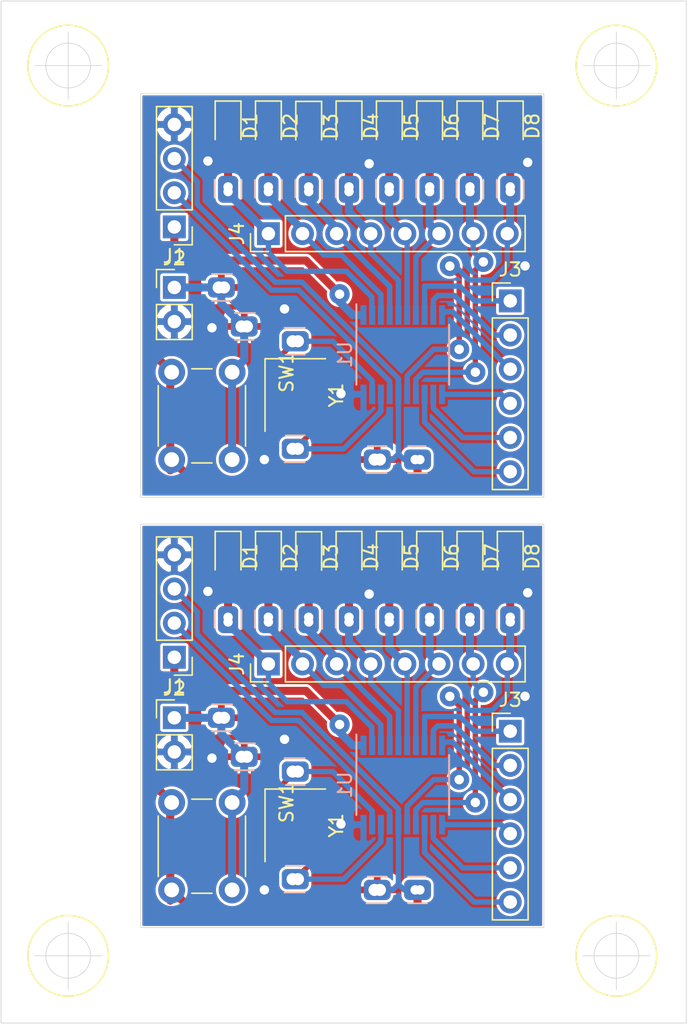
<source format=kicad_pcb>
(kicad_pcb (version 20171130) (host pcbnew "(5.1.5)-3")
  (layers (0 F.Cu signal) (31 B.Cu signal) (34 B.Paste user) (35 F.Paste user) (36 B.SilkS user) (37 F.SilkS user) (38 B.Mask user) (39 F.Mask user) (44 Edge.Cuts user))
  (net 0 "")
  (net 1 RST)
  (net 2 GND)
  (net 3 "Net-(C2-Pad1)")
  (net 4 VCC)
  (net 5 TST)
  (net 6 "Net-(D1-Pad2)")
  (net 7 "Net-(C1-Pad2)")
  (net 8 "Net-(C1-Pad1)")
  (net 9 "Net-(C5-Pad1)")
  (net 10 "Net-(C5-Pad2)")
  (net 11 "Net-(D2-Pad2)")
  (net 12 "Net-(D3-Pad2)")
  (net 13 "Net-(D4-Pad2)")
  (net 14 "Net-(D5-Pad2)")
  (net 15 "Net-(D6-Pad2)")
  (net 16 "Net-(D7-Pad2)")
  (net 17 "Net-(D8-Pad2)")
  (net 18 P2.0)
  (net 19 P2.1)
  (net 20 P2.2)
  (net 21 P2.3)
  (net 22 P2.4)
  (net 23 P2.5)
  (net 24 P1.0)
  (net 25 P1.1)
  (net 26 P1.2)
  (net 27 P1.3)
  (net 28 P1.4)
  (net 29 P1.5)
  (net 30 P1.6)
  (net 31 P1.7)
  (module LED_SMD:LED_0805_2012Metric_Pad1.15x1.40mm_HandSolder (layer F.Cu) (at 124.9 80.3 270)
    (fp_text reference D7 (at 0 -1.65 90) (layer F.SilkS))
    (fp_text value LED)
    (pad 2 smd roundrect (at 1.025 0 270) (size 1.15 1.4) (layers F.Cu F.Paste F.Mask) (roundrect_rratio 0.217391) (net 16 "Net-(D7-Pad2)"))
    (pad 1 smd roundrect (at -1.025 0 270) (size 1.15 1.4) (layers F.Cu F.Paste F.Mask) (roundrect_rratio 0.217391) (net 2 GND))
  )
  (module Crystal:Crystal_SMD_3225-4Pin_3.2x2.5mm_HandSoldering (layer F.Cu) (at 111.9 100.3 270)
    (fp_text reference Y1 (at 0 -3.05 90) (layer F.SilkS))
    (fp_text value Crystal_GND24)
    (pad 4 smd rect (at -1.45 -1.15 270) (size 2.1 1.8) (layers F.Cu F.Paste F.Mask) (net 2 GND))
    (pad 3 smd rect (at 1.45 -1.15 270) (size 2.1 1.8) (layers F.Cu F.Paste F.Mask) (net 10 "Net-(C5-Pad2)"))
    (pad 2 smd rect (at 1.45 1.15 270) (size 2.1 1.8) (layers F.Cu F.Paste F.Mask) (net 2 GND))
    (pad 1 smd rect (at -1.45 1.15 270) (size 2.1 1.8) (layers F.Cu F.Paste F.Mask) (net 8 "Net-(C1-Pad1)"))
  )
  (module Connector_PinHeader_2.54mm:PinHeader_1x06_P2.54mm_Vertical (layer F.Cu) (at 127.9 93.3)
    (fp_text reference J3 (at 0 -2.33) (layer F.SilkS))
    (fp_text value Conn_01x06_Female)
    (pad 6 thru_hole oval (at 0 12.7) (size 1.7 1.7) (drill 1) (layers *.Cu *.Mask) (net 23 P2.5))
    (pad 5 thru_hole oval (at 0 10.16) (size 1.7 1.7) (drill 1) (layers *.Cu *.Mask) (net 22 P2.4))
    (pad 4 thru_hole oval (at 0 7.62) (size 1.7 1.7) (drill 1) (layers *.Cu *.Mask) (net 21 P2.3))
    (pad 3 thru_hole oval (at 0 5.08) (size 1.7 1.7) (drill 1) (layers *.Cu *.Mask) (net 20 P2.2))
    (pad 2 thru_hole oval (at 0 2.54) (size 1.7 1.7) (drill 1) (layers *.Cu *.Mask) (net 19 P2.1))
    (pad 1 thru_hole rect (at 0 0) (size 1.7 1.7) (drill 1) (layers *.Cu *.Mask) (net 18 P2.0))
  )
  (module Package_SO:TSSOP-20_4.4x6.5mm_P0.65mm (layer B.Cu) (at 119.9 97.3 270)
    (fp_text reference U1 (at 0 4.3 270) (layer B.SilkS) (effects (justify mirror)))
    (fp_text value MSP430G2553IPW20)
    (pad 20 smd rect (at 2.95 2.925 270) (size 1.45 0.45) (layers B.Cu B.Paste B.Mask) (net 2 GND))
    (pad 19 smd rect (at 2.95 2.275 270) (size 1.45 0.45) (layers B.Cu B.Paste B.Mask) (net 7 "Net-(C1-Pad2)"))
    (pad 18 smd rect (at 2.95 1.625 270) (size 1.45 0.45) (layers B.Cu B.Paste B.Mask) (net 9 "Net-(C5-Pad1)"))
    (pad 17 smd rect (at 2.95 0.975 270) (size 1.45 0.45) (layers B.Cu B.Paste B.Mask) (net 5 TST))
    (pad 16 smd rect (at 2.95 0.325 270) (size 1.45 0.45) (layers B.Cu B.Paste B.Mask) (net 1 RST))
    (pad 15 smd rect (at 2.95 -0.325 270) (size 1.45 0.45) (layers B.Cu B.Paste B.Mask) (net 31 P1.7))
    (pad 14 smd rect (at 2.95 -0.975 270) (size 1.45 0.45) (layers B.Cu B.Paste B.Mask) (net 30 P1.6))
    (pad 13 smd rect (at 2.95 -1.625 270) (size 1.45 0.45) (layers B.Cu B.Paste B.Mask) (net 23 P2.5))
    (pad 12 smd rect (at 2.95 -2.275 270) (size 1.45 0.45) (layers B.Cu B.Paste B.Mask) (net 22 P2.4))
    (pad 11 smd rect (at 2.95 -2.925 270) (size 1.45 0.45) (layers B.Cu B.Paste B.Mask) (net 21 P2.3))
    (pad 10 smd rect (at -2.95 -2.925 270) (size 1.45 0.45) (layers B.Cu B.Paste B.Mask) (net 20 P2.2))
    (pad 9 smd rect (at -2.95 -2.275 270) (size 1.45 0.45) (layers B.Cu B.Paste B.Mask) (net 19 P2.1))
    (pad 8 smd rect (at -2.95 -1.625 270) (size 1.45 0.45) (layers B.Cu B.Paste B.Mask) (net 18 P2.0))
    (pad 7 smd rect (at -2.95 -0.975 270) (size 1.45 0.45) (layers B.Cu B.Paste B.Mask) (net 29 P1.5))
    (pad 6 smd rect (at -2.95 -0.325 270) (size 1.45 0.45) (layers B.Cu B.Paste B.Mask) (net 28 P1.4))
    (pad 5 smd rect (at -2.95 0.325 270) (size 1.45 0.45) (layers B.Cu B.Paste B.Mask) (net 27 P1.3))
    (pad 4 smd rect (at -2.95 0.975 270) (size 1.45 0.45) (layers B.Cu B.Paste B.Mask) (net 26 P1.2))
    (pad 3 smd rect (at -2.95 1.625 270) (size 1.45 0.45) (layers B.Cu B.Paste B.Mask) (net 25 P1.1))
    (pad 2 smd rect (at -2.95 2.275 270) (size 1.45 0.45) (layers B.Cu B.Paste B.Mask) (net 24 P1.0))
    (pad 1 smd rect (at -2.95 2.925 270) (size 1.45 0.45) (layers B.Cu B.Paste B.Mask) (net 4 VCC))
  )
  (module Connector_PinHeader_2.54mm:PinHeader_1x02_P2.54mm_Vertical (layer F.Cu) (at 102.9 92.3)
    (fp_text reference J1 (at 0 -2.33) (layer F.SilkS))
    (fp_text value Power)
    (pad 2 thru_hole oval (at 0 2.54) (size 1.7 1.7) (drill 1) (layers *.Cu *.Mask) (net 2 GND))
    (pad 1 thru_hole rect (at 0 0) (size 1.7 1.7) (drill 1) (layers *.Cu *.Mask) (net 3 "Net-(C2-Pad1)"))
  )
  (module LED_SMD:LED_0805_2012Metric_Pad1.15x1.40mm_HandSolder (layer F.Cu) (at 127.9 80.3 270)
    (fp_text reference D8 (at 0 -1.65 90) (layer F.SilkS))
    (fp_text value LED)
    (pad 1 smd roundrect (at -1.025 0 270) (size 1.15 1.4) (layers F.Cu F.Paste F.Mask) (roundrect_rratio 0.217391) (net 2 GND))
    (pad 2 smd roundrect (at 1.025 0 270) (size 1.15 1.4) (layers F.Cu F.Paste F.Mask) (roundrect_rratio 0.217391) (net 17 "Net-(D8-Pad2)"))
  )
  (module Connector_PinHeader_2.54mm:PinHeader_1x04_P2.54mm_Vertical (layer F.Cu) (at 102.9 87.8 180)
    (fp_text reference J2 (at 0 -2.33) (layer F.SilkS))
    (fp_text value Programmer)
    (pad 4 thru_hole oval (at 0 7.62 180) (size 1.7 1.7) (drill 1) (layers *.Cu *.Mask) (net 2 GND))
    (pad 3 thru_hole oval (at 0 5.08 180) (size 1.7 1.7) (drill 1) (layers *.Cu *.Mask) (net 1 RST))
    (pad 2 thru_hole oval (at 0 2.54 180) (size 1.7 1.7) (drill 1) (layers *.Cu *.Mask) (net 5 TST))
    (pad 1 thru_hole rect (at 0 0 180) (size 1.7 1.7) (drill 1) (layers *.Cu *.Mask) (net 4 VCC))
  )
  (module Connector_PinHeader_2.54mm:PinHeader_1x08_P2.54mm_Vertical (layer F.Cu) (at 109.9 88.3 90)
    (fp_text reference J4 (at 0 -2.33 90) (layer F.SilkS))
    (fp_text value Conn_01x08_Female)
    (pad 8 thru_hole oval (at 0 17.78 90) (size 1.7 1.7) (drill 1) (layers *.Cu *.Mask) (net 31 P1.7))
    (pad 7 thru_hole oval (at 0 15.24 90) (size 1.7 1.7) (drill 1) (layers *.Cu *.Mask) (net 30 P1.6))
    (pad 6 thru_hole oval (at 0 12.7 90) (size 1.7 1.7) (drill 1) (layers *.Cu *.Mask) (net 29 P1.5))
    (pad 5 thru_hole oval (at 0 10.16 90) (size 1.7 1.7) (drill 1) (layers *.Cu *.Mask) (net 28 P1.4))
    (pad 4 thru_hole oval (at 0 7.62 90) (size 1.7 1.7) (drill 1) (layers *.Cu *.Mask) (net 27 P1.3))
    (pad 3 thru_hole oval (at 0 5.08 90) (size 1.7 1.7) (drill 1) (layers *.Cu *.Mask) (net 26 P1.2))
    (pad 2 thru_hole oval (at 0 2.54 90) (size 1.7 1.7) (drill 1) (layers *.Cu *.Mask) (net 25 P1.1))
    (pad 1 thru_hole rect (at 0 0 90) (size 1.7 1.7) (drill 1) (layers *.Cu *.Mask) (net 24 P1.0))
  )
  (module LED_SMD:LED_0805_2012Metric_Pad1.15x1.40mm_HandSolder (layer F.Cu) (at 121.9 80.3 270)
    (fp_text reference D6 (at 0 -1.65 90) (layer F.SilkS))
    (fp_text value LED)
    (pad 1 smd roundrect (at -1.025 0 270) (size 1.15 1.4) (layers F.Cu F.Paste F.Mask) (roundrect_rratio 0.217391) (net 2 GND))
    (pad 2 smd roundrect (at 1.025 0 270) (size 1.15 1.4) (layers F.Cu F.Paste F.Mask) (roundrect_rratio 0.217391) (net 15 "Net-(D6-Pad2)"))
  )
  (module LED_SMD:LED_0805_2012Metric_Pad1.15x1.40mm_HandSolder (layer F.Cu) (at 118.9 80.3 270)
    (fp_text reference D5 (at 0 -1.65 90) (layer F.SilkS))
    (fp_text value LED)
    (pad 2 smd roundrect (at 1.025 0 270) (size 1.15 1.4) (layers F.Cu F.Paste F.Mask) (roundrect_rratio 0.217391) (net 14 "Net-(D5-Pad2)"))
    (pad 1 smd roundrect (at -1.025 0 270) (size 1.15 1.4) (layers F.Cu F.Paste F.Mask) (roundrect_rratio 0.217391) (net 2 GND))
  )
  (module thSMD:thsmd_04_s (layer B.Cu) (at 127.9 85 270)
    (fp_text reference R9 hide)
    (fp_text value 220 hide)
    (pad "" np_thru_hole circle (at -0.175 0 270) (size 0.7 0.7) (drill 0.7) (layers *.Cu))
    (pad 1 smd roundrect (at 0 0 270) (size 2 1.5) (layers B.Cu B.Mask) (net 31 P1.7))
    (pad 2 smd roundrect (at 0 0 270) (size 2 1.5) (layers F.Cu F.Mask) (net 17 "Net-(D8-Pad2)"))
    (pad "" np_thru_hole circle (at 0.175 0 270) (size 0.7 0.7) (drill 0.7) (layers *.Cu))
  )
  (module thSMD:thsmd_04_s (layer B.Cu) (at 124.9 85 270)
    (fp_text reference R8 hide)
    (fp_text value 220 hide)
    (pad "" np_thru_hole circle (at -0.175 0 270) (size 0.7 0.7) (drill 0.7) (layers *.Cu))
    (pad 1 smd roundrect (at 0 0 270) (size 2 1.5) (layers B.Cu B.Mask) (net 30 P1.6))
    (pad 2 smd roundrect (at 0 0 270) (size 2 1.5) (layers F.Cu F.Mask) (net 16 "Net-(D7-Pad2)"))
    (pad "" np_thru_hole circle (at 0.175 0 270) (size 0.7 0.7) (drill 0.7) (layers *.Cu))
  )
  (module thSMD:thsmd_04_s (layer B.Cu) (at 115.9 85 270)
    (fp_text reference R5 hide)
    (fp_text value 220 hide)
    (pad "" np_thru_hole circle (at -0.175 0 270) (size 0.7 0.7) (drill 0.7) (layers *.Cu))
    (pad 1 smd roundrect (at 0 0 270) (size 2 1.5) (layers B.Cu B.Mask) (net 27 P1.3))
    (pad 2 smd roundrect (at 0 0 270) (size 2 1.5) (layers F.Cu F.Mask) (net 13 "Net-(D4-Pad2)"))
    (pad "" np_thru_hole circle (at 0.175 0 270) (size 0.7 0.7) (drill 0.7) (layers *.Cu))
  )
  (module thSMD:thsmd_04_s (layer B.Cu) (at 112.9 85 270)
    (fp_text reference R4 hide)
    (fp_text value 220 hide)
    (pad "" np_thru_hole circle (at -0.175 0 270) (size 0.7 0.7) (drill 0.7) (layers *.Cu))
    (pad 1 smd roundrect (at 0 0 270) (size 2 1.5) (layers B.Cu B.Mask) (net 26 P1.2))
    (pad 2 smd roundrect (at 0 0 270) (size 2 1.5) (layers F.Cu F.Mask) (net 12 "Net-(D3-Pad2)"))
    (pad "" np_thru_hole circle (at 0.175 0 270) (size 0.7 0.7) (drill 0.7) (layers *.Cu))
  )
  (module thSMD:thsmd_04_s (layer B.Cu) (at 121.9 85 270)
    (fp_text reference R7 hide)
    (fp_text value 220 hide)
    (pad "" np_thru_hole circle (at -0.175 0 270) (size 0.7 0.7) (drill 0.7) (layers *.Cu))
    (pad 1 smd roundrect (at 0 0 270) (size 2 1.5) (layers B.Cu B.Mask) (net 29 P1.5))
    (pad 2 smd roundrect (at 0 0 270) (size 2 1.5) (layers F.Cu F.Mask) (net 15 "Net-(D6-Pad2)"))
    (pad "" np_thru_hole circle (at 0.175 0 270) (size 0.7 0.7) (drill 0.7) (layers *.Cu))
  )
  (module LED_SMD:LED_0805_2012Metric_Pad1.15x1.40mm_HandSolder (layer F.Cu) (at 112.9 80.325 270)
    (fp_text reference D3 (at 0 -1.65 90) (layer F.SilkS))
    (fp_text value LED)
    (pad 1 smd roundrect (at -1.025 0 270) (size 1.15 1.4) (layers F.Cu F.Paste F.Mask) (roundrect_rratio 0.217391) (net 2 GND))
    (pad 2 smd roundrect (at 1.025 0 270) (size 1.15 1.4) (layers F.Cu F.Paste F.Mask) (roundrect_rratio 0.217391) (net 12 "Net-(D3-Pad2)"))
  )
  (module thSMD:thsmd_04_l (layer B.Cu) (at 111.9 104.3 180)
    (fp_text reference C5 hide)
    (fp_text value 14pf hide)
    (pad "" np_thru_hole circle (at -0.2 0 180) (size 0.9 0.9) (drill 0.9) (layers *.Cu))
    (pad 1 smd roundrect (at 0 0 180) (size 2 1.5) (layers B.Cu B.Mask) (net 9 "Net-(C5-Pad1)"))
    (pad 2 smd roundrect (at 0 0 180) (size 2 1.5) (layers F.Cu F.Mask) (net 10 "Net-(C5-Pad2)"))
    (pad "" np_thru_hole circle (at 0.2 0 180) (size 0.9 0.9) (drill 0.9) (layers *.Cu))
  )
  (module thSMD:thsmd_04_l (layer B.Cu) (at 108.1 95.2)
    (fp_text reference C2 hide)
    (fp_text value 10uf hide)
    (pad "" np_thru_hole circle (at -0.2 0) (size 0.9 0.9) (drill 0.9) (layers *.Cu))
    (pad 1 smd roundrect (at 0 0) (size 2 1.5) (layers B.Cu B.Mask) (net 3 "Net-(C2-Pad1)"))
    (pad 2 smd roundrect (at 0 0) (size 2 1.5) (layers F.Cu F.Mask) (net 2 GND))
    (pad "" np_thru_hole circle (at 0.2 0) (size 0.9 0.9) (drill 0.9) (layers *.Cu))
  )
  (module thSMD:thsmd_04_s (layer B.Cu) (at 109.9 85 270)
    (fp_text reference R3 hide)
    (fp_text value 220 hide)
    (pad "" np_thru_hole circle (at -0.175 0 270) (size 0.7 0.7) (drill 0.7) (layers *.Cu))
    (pad 1 smd roundrect (at 0 0 270) (size 2 1.5) (layers B.Cu B.Mask) (net 25 P1.1))
    (pad 2 smd roundrect (at 0 0 270) (size 2 1.5) (layers F.Cu F.Mask) (net 11 "Net-(D2-Pad2)"))
    (pad "" np_thru_hole circle (at 0.175 0 270) (size 0.7 0.7) (drill 0.7) (layers *.Cu))
  )
  (module Button_Switch_THT:SW_PUSH_6mm (layer F.Cu) (at 107.2 98.6 270)
    (fp_text reference SW1 (at 0 -4.05 90) (layer F.SilkS))
    (fp_text value SW_Push)
    (pad 2 thru_hole circle (at 0 4.5) (size 2 2) (drill 1.1) (layers *.Cu *.Mask) (net 4 VCC))
    (pad 1 thru_hole circle (at 0 0) (size 2 2) (drill 1.1) (layers *.Cu *.Mask) (net 3 "Net-(C2-Pad1)"))
    (pad 2 thru_hole circle (at 6.5 4.5) (size 2 2) (drill 1.1) (layers *.Cu *.Mask) (net 4 VCC))
    (pad 1 thru_hole circle (at 6.5 0) (size 2 2) (drill 1.1) (layers *.Cu *.Mask) (net 3 "Net-(C2-Pad1)"))
  )
  (module thSMD:thsmd_04_s (layer B.Cu) (at 118.9 85 270)
    (fp_text reference R6 hide)
    (fp_text value 220 hide)
    (pad "" np_thru_hole circle (at -0.175 0 270) (size 0.7 0.7) (drill 0.7) (layers *.Cu))
    (pad 1 smd roundrect (at 0 0 270) (size 2 1.5) (layers B.Cu B.Mask) (net 28 P1.4))
    (pad 2 smd roundrect (at 0 0 270) (size 2 1.5) (layers F.Cu F.Mask) (net 14 "Net-(D5-Pad2)"))
    (pad "" np_thru_hole circle (at 0.175 0 270) (size 0.7 0.7) (drill 0.7) (layers *.Cu))
  )
  (module thSMD:thsmd_04_l (layer B.Cu) (at 118 105.1 180)
    (fp_text reference C4 hide)
    (fp_text value 2.2nf hide)
    (pad "" np_thru_hole circle (at -0.2 0 180) (size 0.9 0.9) (drill 0.9) (layers *.Cu))
    (pad 1 smd roundrect (at 0 0 180) (size 2 1.5) (layers B.Cu B.Mask) (net 1 RST))
    (pad 2 smd roundrect (at 0 0 180) (size 2 1.5) (layers F.Cu F.Mask) (net 2 GND))
    (pad "" np_thru_hole circle (at 0.2 0 180) (size 0.9 0.9) (drill 0.9) (layers *.Cu))
  )
  (module LED_SMD:LED_0805_2012Metric_Pad1.15x1.40mm_HandSolder (layer F.Cu) (at 115.9 80.3 270)
    (fp_text reference D4 (at 0 -1.65 90) (layer F.SilkS))
    (fp_text value LED)
    (pad 2 smd roundrect (at 1.025 0 270) (size 1.15 1.4) (layers F.Cu F.Paste F.Mask) (roundrect_rratio 0.217391) (net 13 "Net-(D4-Pad2)"))
    (pad 1 smd roundrect (at -1.025 0 270) (size 1.15 1.4) (layers F.Cu F.Paste F.Mask) (roundrect_rratio 0.217391) (net 2 GND))
  )
  (module LED_SMD:LED_0805_2012Metric_Pad1.15x1.40mm_HandSolder (layer F.Cu) (at 109.9 80.3 270)
    (fp_text reference D2 (at 0 -1.65 90) (layer F.SilkS))
    (fp_text value LED)
    (pad 2 smd roundrect (at 1.025 0 270) (size 1.15 1.4) (layers F.Cu F.Paste F.Mask) (roundrect_rratio 0.217391) (net 11 "Net-(D2-Pad2)"))
    (pad 1 smd roundrect (at -1.025 0 270) (size 1.15 1.4) (layers F.Cu F.Paste F.Mask) (roundrect_rratio 0.217391) (net 2 GND))
  )
  (module thSMD:thsmd_04_l (layer B.Cu) (at 106.4 92.3)
    (fp_text reference C3 hide)
    (fp_text value 100nf hide)
    (pad "" np_thru_hole circle (at -0.2 0) (size 0.9 0.9) (drill 0.9) (layers *.Cu))
    (pad 1 smd roundrect (at 0 0) (size 2 1.5) (layers B.Cu B.Mask) (net 3 "Net-(C2-Pad1)"))
    (pad 2 smd roundrect (at 0 0) (size 2 1.5) (layers F.Cu F.Mask) (net 2 GND))
    (pad "" np_thru_hole circle (at 0.2 0) (size 0.9 0.9) (drill 0.9) (layers *.Cu))
  )
  (module LED_SMD:LED_0805_2012Metric_Pad1.15x1.40mm_HandSolder (layer F.Cu) (at 106.9 80.3 270)
    (fp_text reference D1 (at 0 -1.65 90) (layer F.SilkS))
    (fp_text value LED)
    (pad 1 smd roundrect (at -1.025 0 270) (size 1.15 1.4) (layers F.Cu F.Paste F.Mask) (roundrect_rratio 0.217391) (net 2 GND))
    (pad 2 smd roundrect (at 1.025 0 270) (size 1.15 1.4) (layers F.Cu F.Paste F.Mask) (roundrect_rratio 0.217391) (net 6 "Net-(D1-Pad2)"))
  )
  (module thSMD:thsmd_04_s (layer B.Cu) (at 106.9 85 270)
    (fp_text reference R2 hide)
    (fp_text value 220 hide)
    (pad "" np_thru_hole circle (at -0.175 0 270) (size 0.7 0.7) (drill 0.7) (layers *.Cu))
    (pad 1 smd roundrect (at 0 0 270) (size 2 1.5) (layers B.Cu B.Mask) (net 24 P1.0))
    (pad 2 smd roundrect (at 0 0 270) (size 2 1.5) (layers F.Cu F.Mask) (net 6 "Net-(D1-Pad2)"))
    (pad "" np_thru_hole circle (at 0.175 0 270) (size 0.7 0.7) (drill 0.7) (layers *.Cu))
  )
  (module thSMD:thsmd_04_l (layer F.Cu) (at 111.9 96.3 180)
    (fp_text reference C1 hide)
    (fp_text value 14pf hide)
    (pad "" np_thru_hole circle (at -0.2 0 180) (size 0.9 0.9) (drill 0.9) (layers *.Cu))
    (pad 1 smd roundrect (at 0 0 180) (size 2 1.5) (layers F.Cu F.Mask) (net 8 "Net-(C1-Pad1)"))
    (pad 2 smd roundrect (at 0 0 180) (size 2 1.5) (layers B.Cu B.Mask) (net 7 "Net-(C1-Pad2)"))
    (pad "" np_thru_hole circle (at 0.2 0 180) (size 0.9 0.9) (drill 0.9) (layers *.Cu))
  )
  (module thSMD:thsmd_04_s (layer F.Cu) (at 121 105.1)
    (fp_text reference R1 hide)
    (fp_text value 47k hide)
    (pad "" np_thru_hole circle (at -0.175 0) (size 0.7 0.7) (drill 0.7) (layers *.Cu))
    (pad 1 smd roundrect (at 0 0) (size 2 1.5) (layers F.Cu F.Mask) (net 4 VCC))
    (pad 2 smd roundrect (at 0 0) (size 2 1.5) (layers B.Cu B.Mask) (net 1 RST))
    (pad "" np_thru_hole circle (at 0.175 0) (size 0.7 0.7) (drill 0.7) (layers *.Cu))
  )
  (module thSMD:thsmd_04_s (layer F.Cu) (at 121 73.1)
    (fp_text reference R1 hide)
    (fp_text value 47k hide)
    (pad "" np_thru_hole circle (at 0.175 0) (size 0.7 0.7) (drill 0.7) (layers *.Cu))
    (pad 2 smd roundrect (at 0 0) (size 2 1.5) (layers B.Cu B.Mask) (net 1 RST))
    (pad 1 smd roundrect (at 0 0) (size 2 1.5) (layers F.Cu F.Mask) (net 4 VCC))
    (pad "" np_thru_hole circle (at -0.175 0) (size 0.7 0.7) (drill 0.7) (layers *.Cu))
  )
  (module thSMD:thsmd_04_s (layer B.Cu) (at 106.9 53 270)
    (fp_text reference R2 hide)
    (fp_text value 220 hide)
    (pad "" np_thru_hole circle (at 0.175 0 270) (size 0.7 0.7) (drill 0.7) (layers *.Cu))
    (pad 2 smd roundrect (at 0 0 270) (size 2 1.5) (layers F.Cu F.Mask) (net 6 "Net-(D1-Pad2)"))
    (pad 1 smd roundrect (at 0 0 270) (size 2 1.5) (layers B.Cu B.Mask) (net 24 P1.0))
    (pad "" np_thru_hole circle (at -0.175 0 270) (size 0.7 0.7) (drill 0.7) (layers *.Cu))
  )
  (module thSMD:thsmd_04_s (layer B.Cu) (at 109.9 53 270)
    (fp_text reference R3 hide)
    (fp_text value 220 hide)
    (pad "" np_thru_hole circle (at 0.175 0 270) (size 0.7 0.7) (drill 0.7) (layers *.Cu))
    (pad 2 smd roundrect (at 0 0 270) (size 2 1.5) (layers F.Cu F.Mask) (net 11 "Net-(D2-Pad2)"))
    (pad 1 smd roundrect (at 0 0 270) (size 2 1.5) (layers B.Cu B.Mask) (net 25 P1.1))
    (pad "" np_thru_hole circle (at -0.175 0 270) (size 0.7 0.7) (drill 0.7) (layers *.Cu))
  )
  (module thSMD:thsmd_04_s (layer B.Cu) (at 112.9 53 270)
    (fp_text reference R4 hide)
    (fp_text value 220 hide)
    (pad "" np_thru_hole circle (at 0.175 0 270) (size 0.7 0.7) (drill 0.7) (layers *.Cu))
    (pad 2 smd roundrect (at 0 0 270) (size 2 1.5) (layers F.Cu F.Mask) (net 12 "Net-(D3-Pad2)"))
    (pad 1 smd roundrect (at 0 0 270) (size 2 1.5) (layers B.Cu B.Mask) (net 26 P1.2))
    (pad "" np_thru_hole circle (at -0.175 0 270) (size 0.7 0.7) (drill 0.7) (layers *.Cu))
  )
  (module thSMD:thsmd_04_s (layer B.Cu) (at 115.9 53 270)
    (fp_text reference R5 hide)
    (fp_text value 220 hide)
    (pad "" np_thru_hole circle (at 0.175 0 270) (size 0.7 0.7) (drill 0.7) (layers *.Cu))
    (pad 2 smd roundrect (at 0 0 270) (size 2 1.5) (layers F.Cu F.Mask) (net 13 "Net-(D4-Pad2)"))
    (pad 1 smd roundrect (at 0 0 270) (size 2 1.5) (layers B.Cu B.Mask) (net 27 P1.3))
    (pad "" np_thru_hole circle (at -0.175 0 270) (size 0.7 0.7) (drill 0.7) (layers *.Cu))
  )
  (module thSMD:thsmd_04_s (layer B.Cu) (at 118.9 53 270)
    (fp_text reference R6 hide)
    (fp_text value 220 hide)
    (pad "" np_thru_hole circle (at 0.175 0 270) (size 0.7 0.7) (drill 0.7) (layers *.Cu))
    (pad 2 smd roundrect (at 0 0 270) (size 2 1.5) (layers F.Cu F.Mask) (net 14 "Net-(D5-Pad2)"))
    (pad 1 smd roundrect (at 0 0 270) (size 2 1.5) (layers B.Cu B.Mask) (net 28 P1.4))
    (pad "" np_thru_hole circle (at -0.175 0 270) (size 0.7 0.7) (drill 0.7) (layers *.Cu))
  )
  (module thSMD:thsmd_04_s (layer B.Cu) (at 121.9 53 270)
    (fp_text reference R7 hide)
    (fp_text value 220 hide)
    (pad "" np_thru_hole circle (at 0.175 0 270) (size 0.7 0.7) (drill 0.7) (layers *.Cu))
    (pad 2 smd roundrect (at 0 0 270) (size 2 1.5) (layers F.Cu F.Mask) (net 15 "Net-(D6-Pad2)"))
    (pad 1 smd roundrect (at 0 0 270) (size 2 1.5) (layers B.Cu B.Mask) (net 29 P1.5))
    (pad "" np_thru_hole circle (at -0.175 0 270) (size 0.7 0.7) (drill 0.7) (layers *.Cu))
  )
  (module thSMD:thsmd_04_s (layer B.Cu) (at 124.9 53 270)
    (fp_text reference R8 hide)
    (fp_text value 220 hide)
    (pad "" np_thru_hole circle (at 0.175 0 270) (size 0.7 0.7) (drill 0.7) (layers *.Cu))
    (pad 2 smd roundrect (at 0 0 270) (size 2 1.5) (layers F.Cu F.Mask) (net 16 "Net-(D7-Pad2)"))
    (pad 1 smd roundrect (at 0 0 270) (size 2 1.5) (layers B.Cu B.Mask) (net 30 P1.6))
    (pad "" np_thru_hole circle (at -0.175 0 270) (size 0.7 0.7) (drill 0.7) (layers *.Cu))
  )
  (module thSMD:thsmd_04_s (layer B.Cu) (at 127.9 53 270)
    (fp_text reference R9 hide)
    (fp_text value 220 hide)
    (pad "" np_thru_hole circle (at 0.175 0 270) (size 0.7 0.7) (drill 0.7) (layers *.Cu))
    (pad 2 smd roundrect (at 0 0 270) (size 2 1.5) (layers F.Cu F.Mask) (net 17 "Net-(D8-Pad2)"))
    (pad 1 smd roundrect (at 0 0 270) (size 2 1.5) (layers B.Cu B.Mask) (net 31 P1.7))
    (pad "" np_thru_hole circle (at -0.175 0 270) (size 0.7 0.7) (drill 0.7) (layers *.Cu))
  )
  (module thSMD:thsmd_04_l (layer F.Cu) (at 111.9 64.3 180)
    (fp_text reference C1 hide)
    (fp_text value 14pf hide)
    (pad "" np_thru_hole circle (at 0.2 0 180) (size 0.9 0.9) (drill 0.9) (layers *.Cu))
    (pad 2 smd roundrect (at 0 0 180) (size 2 1.5) (layers B.Cu B.Mask) (net 7 "Net-(C1-Pad2)"))
    (pad 1 smd roundrect (at 0 0 180) (size 2 1.5) (layers F.Cu F.Mask) (net 8 "Net-(C1-Pad1)"))
    (pad "" np_thru_hole circle (at -0.2 0 180) (size 0.9 0.9) (drill 0.9) (layers *.Cu))
  )
  (module thSMD:thsmd_04_l (layer B.Cu) (at 108.1 63.2)
    (fp_text reference C2 hide)
    (fp_text value 10uf hide)
    (pad "" np_thru_hole circle (at 0.2 0) (size 0.9 0.9) (drill 0.9) (layers *.Cu))
    (pad 2 smd roundrect (at 0 0) (size 2 1.5) (layers F.Cu F.Mask) (net 2 GND))
    (pad 1 smd roundrect (at 0 0) (size 2 1.5) (layers B.Cu B.Mask) (net 3 "Net-(C2-Pad1)"))
    (pad "" np_thru_hole circle (at -0.2 0) (size 0.9 0.9) (drill 0.9) (layers *.Cu))
  )
  (module thSMD:thsmd_04_l (layer B.Cu) (at 106.4 60.3)
    (fp_text reference C3 hide)
    (fp_text value 100nf hide)
    (pad "" np_thru_hole circle (at 0.2 0) (size 0.9 0.9) (drill 0.9) (layers *.Cu))
    (pad 2 smd roundrect (at 0 0) (size 2 1.5) (layers F.Cu F.Mask) (net 2 GND))
    (pad 1 smd roundrect (at 0 0) (size 2 1.5) (layers B.Cu B.Mask) (net 3 "Net-(C2-Pad1)"))
    (pad "" np_thru_hole circle (at -0.2 0) (size 0.9 0.9) (drill 0.9) (layers *.Cu))
  )
  (module thSMD:thsmd_04_l (layer B.Cu) (at 118 73.1 180)
    (fp_text reference C4 hide)
    (fp_text value 2.2nf hide)
    (pad "" np_thru_hole circle (at 0.2 0 180) (size 0.9 0.9) (drill 0.9) (layers *.Cu))
    (pad 2 smd roundrect (at 0 0 180) (size 2 1.5) (layers F.Cu F.Mask) (net 2 GND))
    (pad 1 smd roundrect (at 0 0 180) (size 2 1.5) (layers B.Cu B.Mask) (net 1 RST))
    (pad "" np_thru_hole circle (at -0.2 0 180) (size 0.9 0.9) (drill 0.9) (layers *.Cu))
  )
  (module thSMD:thsmd_04_l (layer B.Cu) (at 111.9 72.3 180)
    (fp_text reference C5 hide)
    (fp_text value 14pf hide)
    (pad "" np_thru_hole circle (at 0.2 0 180) (size 0.9 0.9) (drill 0.9) (layers *.Cu))
    (pad 2 smd roundrect (at 0 0 180) (size 2 1.5) (layers F.Cu F.Mask) (net 10 "Net-(C5-Pad2)"))
    (pad 1 smd roundrect (at 0 0 180) (size 2 1.5) (layers B.Cu B.Mask) (net 9 "Net-(C5-Pad1)"))
    (pad "" np_thru_hole circle (at -0.2 0 180) (size 0.9 0.9) (drill 0.9) (layers *.Cu))
  )
  (module Button_Switch_THT:SW_PUSH_6mm (layer F.Cu) (at 107.2 66.6 270)
    (fp_text reference SW1 (at 0 -4.05 90) (layer F.SilkS))
    (fp_text value SW_Push)
    (pad 1 thru_hole circle (at 6.5 0) (size 2 2) (drill 1.1) (layers *.Cu *.Mask) (net 3 "Net-(C2-Pad1)"))
    (pad 2 thru_hole circle (at 6.5 4.5) (size 2 2) (drill 1.1) (layers *.Cu *.Mask) (net 4 VCC))
    (pad 1 thru_hole circle (at 0 0) (size 2 2) (drill 1.1) (layers *.Cu *.Mask) (net 3 "Net-(C2-Pad1)"))
    (pad 2 thru_hole circle (at 0 4.5) (size 2 2) (drill 1.1) (layers *.Cu *.Mask) (net 4 VCC))
  )
  (module LED_SMD:LED_0805_2012Metric_Pad1.15x1.40mm_HandSolder (layer F.Cu) (at 106.9 48.3 270)
    (fp_text reference D1 (at 0 -1.65 90) (layer F.SilkS))
    (fp_text value LED)
    (pad 2 smd roundrect (at 1.025 0 270) (size 1.15 1.4) (layers F.Cu F.Paste F.Mask) (roundrect_rratio 0.217391) (net 6 "Net-(D1-Pad2)"))
    (pad 1 smd roundrect (at -1.025 0 270) (size 1.15 1.4) (layers F.Cu F.Paste F.Mask) (roundrect_rratio 0.217391) (net 2 GND))
  )
  (module LED_SMD:LED_0805_2012Metric_Pad1.15x1.40mm_HandSolder (layer F.Cu) (at 109.9 48.3 270)
    (fp_text reference D2 (at 0 -1.65 90) (layer F.SilkS))
    (fp_text value LED)
    (pad 1 smd roundrect (at -1.025 0 270) (size 1.15 1.4) (layers F.Cu F.Paste F.Mask) (roundrect_rratio 0.217391) (net 2 GND))
    (pad 2 smd roundrect (at 1.025 0 270) (size 1.15 1.4) (layers F.Cu F.Paste F.Mask) (roundrect_rratio 0.217391) (net 11 "Net-(D2-Pad2)"))
  )
  (module LED_SMD:LED_0805_2012Metric_Pad1.15x1.40mm_HandSolder (layer F.Cu) (at 112.9 48.325 270)
    (fp_text reference D3 (at 0 -1.65 90) (layer F.SilkS))
    (fp_text value LED)
    (pad 2 smd roundrect (at 1.025 0 270) (size 1.15 1.4) (layers F.Cu F.Paste F.Mask) (roundrect_rratio 0.217391) (net 12 "Net-(D3-Pad2)"))
    (pad 1 smd roundrect (at -1.025 0 270) (size 1.15 1.4) (layers F.Cu F.Paste F.Mask) (roundrect_rratio 0.217391) (net 2 GND))
  )
  (module LED_SMD:LED_0805_2012Metric_Pad1.15x1.40mm_HandSolder (layer F.Cu) (at 115.9 48.3 270)
    (fp_text reference D4 (at 0 -1.65 90) (layer F.SilkS))
    (fp_text value LED)
    (pad 1 smd roundrect (at -1.025 0 270) (size 1.15 1.4) (layers F.Cu F.Paste F.Mask) (roundrect_rratio 0.217391) (net 2 GND))
    (pad 2 smd roundrect (at 1.025 0 270) (size 1.15 1.4) (layers F.Cu F.Paste F.Mask) (roundrect_rratio 0.217391) (net 13 "Net-(D4-Pad2)"))
  )
  (module LED_SMD:LED_0805_2012Metric_Pad1.15x1.40mm_HandSolder (layer F.Cu) (at 118.9 48.3 270)
    (fp_text reference D5 (at 0 -1.65 90) (layer F.SilkS))
    (fp_text value LED)
    (pad 1 smd roundrect (at -1.025 0 270) (size 1.15 1.4) (layers F.Cu F.Paste F.Mask) (roundrect_rratio 0.217391) (net 2 GND))
    (pad 2 smd roundrect (at 1.025 0 270) (size 1.15 1.4) (layers F.Cu F.Paste F.Mask) (roundrect_rratio 0.217391) (net 14 "Net-(D5-Pad2)"))
  )
  (module LED_SMD:LED_0805_2012Metric_Pad1.15x1.40mm_HandSolder (layer F.Cu) (at 121.9 48.3 270)
    (fp_text reference D6 (at 0 -1.65 90) (layer F.SilkS))
    (fp_text value LED)
    (pad 2 smd roundrect (at 1.025 0 270) (size 1.15 1.4) (layers F.Cu F.Paste F.Mask) (roundrect_rratio 0.217391) (net 15 "Net-(D6-Pad2)"))
    (pad 1 smd roundrect (at -1.025 0 270) (size 1.15 1.4) (layers F.Cu F.Paste F.Mask) (roundrect_rratio 0.217391) (net 2 GND))
  )
  (module LED_SMD:LED_0805_2012Metric_Pad1.15x1.40mm_HandSolder (layer F.Cu) (at 124.9 48.3 270)
    (fp_text reference D7 (at 0 -1.65 90) (layer F.SilkS))
    (fp_text value LED)
    (pad 1 smd roundrect (at -1.025 0 270) (size 1.15 1.4) (layers F.Cu F.Paste F.Mask) (roundrect_rratio 0.217391) (net 2 GND))
    (pad 2 smd roundrect (at 1.025 0 270) (size 1.15 1.4) (layers F.Cu F.Paste F.Mask) (roundrect_rratio 0.217391) (net 16 "Net-(D7-Pad2)"))
  )
  (module LED_SMD:LED_0805_2012Metric_Pad1.15x1.40mm_HandSolder (layer F.Cu) (at 127.9 48.3 270)
    (fp_text reference D8 (at 0 -1.65 90) (layer F.SilkS))
    (fp_text value LED)
    (pad 2 smd roundrect (at 1.025 0 270) (size 1.15 1.4) (layers F.Cu F.Paste F.Mask) (roundrect_rratio 0.217391) (net 17 "Net-(D8-Pad2)"))
    (pad 1 smd roundrect (at -1.025 0 270) (size 1.15 1.4) (layers F.Cu F.Paste F.Mask) (roundrect_rratio 0.217391) (net 2 GND))
  )
  (module Connector_PinHeader_2.54mm:PinHeader_1x02_P2.54mm_Vertical (layer F.Cu) (at 102.9 60.3)
    (fp_text reference J1 (at 0 -2.33) (layer F.SilkS))
    (fp_text value Power)
    (pad 1 thru_hole rect (at 0 0) (size 1.7 1.7) (drill 1) (layers *.Cu *.Mask) (net 3 "Net-(C2-Pad1)"))
    (pad 2 thru_hole oval (at 0 2.54) (size 1.7 1.7) (drill 1) (layers *.Cu *.Mask) (net 2 GND))
  )
  (module Connector_PinHeader_2.54mm:PinHeader_1x04_P2.54mm_Vertical (layer F.Cu) (at 102.9 55.8 180)
    (fp_text reference J2 (at 0 -2.33) (layer F.SilkS))
    (fp_text value Programmer)
    (pad 1 thru_hole rect (at 0 0 180) (size 1.7 1.7) (drill 1) (layers *.Cu *.Mask) (net 4 VCC))
    (pad 2 thru_hole oval (at 0 2.54 180) (size 1.7 1.7) (drill 1) (layers *.Cu *.Mask) (net 5 TST))
    (pad 3 thru_hole oval (at 0 5.08 180) (size 1.7 1.7) (drill 1) (layers *.Cu *.Mask) (net 1 RST))
    (pad 4 thru_hole oval (at 0 7.62 180) (size 1.7 1.7) (drill 1) (layers *.Cu *.Mask) (net 2 GND))
  )
  (module Connector_PinHeader_2.54mm:PinHeader_1x06_P2.54mm_Vertical (layer F.Cu) (at 127.9 61.3)
    (fp_text reference J3 (at 0 -2.33) (layer F.SilkS))
    (fp_text value Conn_01x06_Female)
    (pad 1 thru_hole rect (at 0 0) (size 1.7 1.7) (drill 1) (layers *.Cu *.Mask) (net 18 P2.0))
    (pad 2 thru_hole oval (at 0 2.54) (size 1.7 1.7) (drill 1) (layers *.Cu *.Mask) (net 19 P2.1))
    (pad 3 thru_hole oval (at 0 5.08) (size 1.7 1.7) (drill 1) (layers *.Cu *.Mask) (net 20 P2.2))
    (pad 4 thru_hole oval (at 0 7.62) (size 1.7 1.7) (drill 1) (layers *.Cu *.Mask) (net 21 P2.3))
    (pad 5 thru_hole oval (at 0 10.16) (size 1.7 1.7) (drill 1) (layers *.Cu *.Mask) (net 22 P2.4))
    (pad 6 thru_hole oval (at 0 12.7) (size 1.7 1.7) (drill 1) (layers *.Cu *.Mask) (net 23 P2.5))
  )
  (module Connector_PinHeader_2.54mm:PinHeader_1x08_P2.54mm_Vertical (layer F.Cu) (at 109.9 56.3 90)
    (fp_text reference J4 (at 0 -2.33 90) (layer F.SilkS))
    (fp_text value Conn_01x08_Female)
    (pad 1 thru_hole rect (at 0 0 90) (size 1.7 1.7) (drill 1) (layers *.Cu *.Mask) (net 24 P1.0))
    (pad 2 thru_hole oval (at 0 2.54 90) (size 1.7 1.7) (drill 1) (layers *.Cu *.Mask) (net 25 P1.1))
    (pad 3 thru_hole oval (at 0 5.08 90) (size 1.7 1.7) (drill 1) (layers *.Cu *.Mask) (net 26 P1.2))
    (pad 4 thru_hole oval (at 0 7.62 90) (size 1.7 1.7) (drill 1) (layers *.Cu *.Mask) (net 27 P1.3))
    (pad 5 thru_hole oval (at 0 10.16 90) (size 1.7 1.7) (drill 1) (layers *.Cu *.Mask) (net 28 P1.4))
    (pad 6 thru_hole oval (at 0 12.7 90) (size 1.7 1.7) (drill 1) (layers *.Cu *.Mask) (net 29 P1.5))
    (pad 7 thru_hole oval (at 0 15.24 90) (size 1.7 1.7) (drill 1) (layers *.Cu *.Mask) (net 30 P1.6))
    (pad 8 thru_hole oval (at 0 17.78 90) (size 1.7 1.7) (drill 1) (layers *.Cu *.Mask) (net 31 P1.7))
  )
  (module Package_SO:TSSOP-20_4.4x6.5mm_P0.65mm (layer B.Cu) (at 119.9 65.3 270)
    (fp_text reference U1 (at 0 4.3 270) (layer B.SilkS) (effects (justify mirror)))
    (fp_text value MSP430G2553IPW20)
    (pad 1 smd rect (at -2.95 2.925 270) (size 1.45 0.45) (layers B.Cu B.Paste B.Mask) (net 4 VCC))
    (pad 2 smd rect (at -2.95 2.275 270) (size 1.45 0.45) (layers B.Cu B.Paste B.Mask) (net 24 P1.0))
    (pad 3 smd rect (at -2.95 1.625 270) (size 1.45 0.45) (layers B.Cu B.Paste B.Mask) (net 25 P1.1))
    (pad 4 smd rect (at -2.95 0.975 270) (size 1.45 0.45) (layers B.Cu B.Paste B.Mask) (net 26 P1.2))
    (pad 5 smd rect (at -2.95 0.325 270) (size 1.45 0.45) (layers B.Cu B.Paste B.Mask) (net 27 P1.3))
    (pad 6 smd rect (at -2.95 -0.325 270) (size 1.45 0.45) (layers B.Cu B.Paste B.Mask) (net 28 P1.4))
    (pad 7 smd rect (at -2.95 -0.975 270) (size 1.45 0.45) (layers B.Cu B.Paste B.Mask) (net 29 P1.5))
    (pad 8 smd rect (at -2.95 -1.625 270) (size 1.45 0.45) (layers B.Cu B.Paste B.Mask) (net 18 P2.0))
    (pad 9 smd rect (at -2.95 -2.275 270) (size 1.45 0.45) (layers B.Cu B.Paste B.Mask) (net 19 P2.1))
    (pad 10 smd rect (at -2.95 -2.925 270) (size 1.45 0.45) (layers B.Cu B.Paste B.Mask) (net 20 P2.2))
    (pad 11 smd rect (at 2.95 -2.925 270) (size 1.45 0.45) (layers B.Cu B.Paste B.Mask) (net 21 P2.3))
    (pad 12 smd rect (at 2.95 -2.275 270) (size 1.45 0.45) (layers B.Cu B.Paste B.Mask) (net 22 P2.4))
    (pad 13 smd rect (at 2.95 -1.625 270) (size 1.45 0.45) (layers B.Cu B.Paste B.Mask) (net 23 P2.5))
    (pad 14 smd rect (at 2.95 -0.975 270) (size 1.45 0.45) (layers B.Cu B.Paste B.Mask) (net 30 P1.6))
    (pad 15 smd rect (at 2.95 -0.325 270) (size 1.45 0.45) (layers B.Cu B.Paste B.Mask) (net 31 P1.7))
    (pad 16 smd rect (at 2.95 0.325 270) (size 1.45 0.45) (layers B.Cu B.Paste B.Mask) (net 1 RST))
    (pad 17 smd rect (at 2.95 0.975 270) (size 1.45 0.45) (layers B.Cu B.Paste B.Mask) (net 5 TST))
    (pad 18 smd rect (at 2.95 1.625 270) (size 1.45 0.45) (layers B.Cu B.Paste B.Mask) (net 9 "Net-(C5-Pad1)"))
    (pad 19 smd rect (at 2.95 2.275 270) (size 1.45 0.45) (layers B.Cu B.Paste B.Mask) (net 7 "Net-(C1-Pad2)"))
    (pad 20 smd rect (at 2.95 2.925 270) (size 1.45 0.45) (layers B.Cu B.Paste B.Mask) (net 2 GND))
  )
  (module Crystal:Crystal_SMD_3225-4Pin_3.2x2.5mm_HandSoldering (layer F.Cu) (at 111.9 68.3 270)
    (fp_text reference Y1 (at 0 -3.05 90) (layer F.SilkS))
    (fp_text value Crystal_GND24)
    (pad 1 smd rect (at -1.45 1.15 270) (size 2.1 1.8) (layers F.Cu F.Paste F.Mask) (net 8 "Net-(C1-Pad1)"))
    (pad 2 smd rect (at 1.45 1.15 270) (size 2.1 1.8) (layers F.Cu F.Paste F.Mask) (net 2 GND))
    (pad 3 smd rect (at 1.45 -1.15 270) (size 2.1 1.8) (layers F.Cu F.Paste F.Mask) (net 10 "Net-(C5-Pad2)"))
    (pad 4 smd rect (at -1.45 -1.15 270) (size 2.1 1.8) (layers F.Cu F.Paste F.Mask) (net 2 GND))
  )
  (gr_line (start 100.4 77.9) (end 130.4 77.9) (layer Edge.Cuts) (width 0.05))
  (gr_line (start 130.4 77.9) (end 130.4 107.9) (layer Edge.Cuts) (width 0.05))
  (gr_line (start 100.4 107.9) (end 100.4 77.9) (layer Edge.Cuts) (width 0.05))
  (gr_line (start 130.4 107.9) (end 100.4 107.9) (layer Edge.Cuts) (width 0.05))
  (target plus (at 95 110) (size 5) (width 0.05) (layer Edge.Cuts))
  (target plus (at 135.8 110) (size 5) (width 0.05) (layer Edge.Cuts))
  (target plus (at 135.8 43.8) (size 5) (width 0.05) (layer Edge.Cuts))
  (target plus (at 95 43.8) (size 5) (width 0.05) (layer Edge.Cuts))
  (gr_line (start 141 115) (end 90 115) (layer Edge.Cuts) (width 0.05))
  (gr_line (start 141 39) (end 141 115) (layer Edge.Cuts) (width 0.05))
  (gr_line (start 90 39) (end 141 39) (layer Edge.Cuts) (width 0.05))
  (gr_line (start 90 115) (end 90 39) (layer Edge.Cuts) (width 0.05))
  (gr_circle (center 95 110) (end 98 110) (layer F.SilkS) (width 0.12))
  (gr_circle (center 135.8 110) (end 138.8 110) (layer F.SilkS) (width 0.12))
  (gr_circle (center 135.8 43.8) (end 138.8 43.8) (layer F.SilkS) (width 0.12))
  (gr_circle (center 95 43.8) (end 98 43.8) (layer F.SilkS) (width 0.12))
  (gr_line (start 100.4 75.9) (end 100.4 45.9) (layer Edge.Cuts) (width 0.05))
  (gr_line (start 130.4 75.9) (end 100.4 75.9) (layer Edge.Cuts) (width 0.05))
  (gr_line (start 130.4 45.9) (end 130.4 75.9) (layer Edge.Cuts) (width 0.05))
  (gr_line (start 100.4 45.9) (end 130.4 45.9) (layer Edge.Cuts) (width 0.05))
  (segment (start 104.6 52.42) (end 103.749999 51.569999) (width 0.4) (layer B.Cu) (net 1))
  (segment (start 119.575 67.075) (end 112.399989 59.899989) (width 0.4) (layer B.Cu) (net 1))
  (segment (start 112.399989 59.899989) (end 110.399989 59.899989) (width 0.4) (layer B.Cu) (net 1))
  (segment (start 119.575 68.25) (end 119.575 67.075) (width 0.4) (layer B.Cu) (net 1))
  (segment (start 103.749999 51.569999) (end 102.9 50.72) (width 0.4) (layer B.Cu) (net 1))
  (segment (start 110.399989 59.899989) (end 104.6 54.1) (width 0.4) (layer B.Cu) (net 1))
  (segment (start 104.6 54.1) (end 104.6 52.42) (width 0.4) (layer B.Cu) (net 1))
  (segment (start 120 73.1) (end 121 73.1) (width 0.4) (layer B.Cu) (net 1))
  (segment (start 119.575 72.675) (end 120 73.1) (width 0.4) (layer B.Cu) (net 1))
  (segment (start 119.575 68.25) (end 119.575 72.675) (width 0.4) (layer B.Cu) (net 1))
  (segment (start 119.15 73.1) (end 118 73.1) (width 0.4) (layer B.Cu) (net 1))
  (segment (start 119.575 72.675) (end 119.15 73.1) (width 0.4) (layer B.Cu) (net 1))
  (segment (start 119.575 104.675) (end 120 105.1) (width 0.4) (layer B.Cu) (net 1))
  (segment (start 110.399989 91.899989) (end 104.6 86.1) (width 0.4) (layer B.Cu) (net 1))
  (segment (start 104.6 86.1) (end 104.6 84.42) (width 0.4) (layer B.Cu) (net 1))
  (segment (start 119.575 100.25) (end 119.575 104.675) (width 0.4) (layer B.Cu) (net 1))
  (segment (start 104.6 84.42) (end 103.749999 83.569999) (width 0.4) (layer B.Cu) (net 1))
  (segment (start 120 105.1) (end 121 105.1) (width 0.4) (layer B.Cu) (net 1))
  (segment (start 112.399989 91.899989) (end 110.399989 91.899989) (width 0.4) (layer B.Cu) (net 1))
  (segment (start 103.749999 83.569999) (end 102.9 82.72) (width 0.4) (layer B.Cu) (net 1))
  (segment (start 119.575 99.075) (end 112.399989 91.899989) (width 0.4) (layer B.Cu) (net 1))
  (segment (start 119.15 105.1) (end 118 105.1) (width 0.4) (layer B.Cu) (net 1))
  (segment (start 119.575 104.675) (end 119.15 105.1) (width 0.4) (layer B.Cu) (net 1))
  (segment (start 119.575 100.25) (end 119.575 99.075) (width 0.4) (layer B.Cu) (net 1))
  (segment (start 113.05 66.85) (end 113.95 66.85) (width 0.4) (layer F.Cu) (net 2))
  (via (at 115.3 68.2) (size 1.5) (drill 0.7) (layers F.Cu B.Cu) (net 2))
  (segment (start 113.95 66.85) (end 115.3 68.2) (width 0.4) (layer F.Cu) (net 2))
  (segment (start 116.925 68.2) (end 116.975 68.25) (width 0.4) (layer B.Cu) (net 2))
  (segment (start 115.3 68.2) (end 116.925 68.2) (width 0.4) (layer B.Cu) (net 2))
  (via (at 105.4 50.9) (size 1.5) (drill 0.7) (layers F.Cu B.Cu) (net 2))
  (via (at 129.2 51) (size 1.5) (drill 0.7) (layers F.Cu B.Cu) (net 2))
  (via (at 129 58.7) (size 1.5) (drill 0.7) (layers F.Cu B.Cu) (net 2))
  (via (at 111.1 61.9) (size 1.5) (drill 0.7) (layers F.Cu B.Cu) (net 2))
  (via (at 109.6 73.1) (size 1.5) (drill 0.7) (layers F.Cu B.Cu) (net 2))
  (via (at 105.7 63.3) (size 1.5) (drill 0.7) (layers F.Cu B.Cu) (net 2))
  (via (at 117.4 51.1) (size 1.5) (drill 0.7) (layers F.Cu B.Cu) (net 2))
  (via (at 105.7 95.3) (size 1.5) (drill 0.7) (layers F.Cu B.Cu) (net 2))
  (via (at 115.3 100.2) (size 1.5) (drill 0.7) (layers F.Cu B.Cu) (net 2))
  (via (at 105.4 82.9) (size 1.5) (drill 0.7) (layers F.Cu B.Cu) (net 2))
  (via (at 129.2 83) (size 1.5) (drill 0.7) (layers F.Cu B.Cu) (net 2))
  (via (at 129 90.7) (size 1.5) (drill 0.7) (layers F.Cu B.Cu) (net 2))
  (via (at 111.1 93.9) (size 1.5) (drill 0.7) (layers F.Cu B.Cu) (net 2))
  (via (at 109.6 105.1) (size 1.5) (drill 0.7) (layers F.Cu B.Cu) (net 2))
  (via (at 117.4 83.1) (size 1.5) (drill 0.7) (layers F.Cu B.Cu) (net 2))
  (segment (start 113.95 98.85) (end 115.3 100.2) (width 0.4) (layer F.Cu) (net 2))
  (segment (start 115.3 100.2) (end 116.925 100.2) (width 0.4) (layer B.Cu) (net 2))
  (segment (start 116.925 100.2) (end 116.975 100.25) (width 0.4) (layer B.Cu) (net 2))
  (segment (start 113.05 98.85) (end 113.95 98.85) (width 0.4) (layer F.Cu) (net 2))
  (segment (start 102.9 60.3) (end 106.4 60.3) (width 0.6) (layer B.Cu) (net 3))
  (segment (start 106.4 61.5) (end 108.1 63.2) (width 0.6) (layer B.Cu) (net 3))
  (segment (start 106.4 60.3) (end 106.4 61.5) (width 0.6) (layer B.Cu) (net 3))
  (segment (start 108.1 65.7) (end 107.2 66.6) (width 0.6) (layer B.Cu) (net 3))
  (segment (start 108.1 63.2) (end 108.1 65.7) (width 0.6) (layer B.Cu) (net 3))
  (segment (start 107.2 68.014213) (end 107.2 73.1) (width 0.6) (layer B.Cu) (net 3))
  (segment (start 107.2 66.6) (end 107.2 68.014213) (width 0.6) (layer B.Cu) (net 3))
  (segment (start 108.1 97.7) (end 107.2 98.6) (width 0.6) (layer B.Cu) (net 3))
  (segment (start 106.4 93.5) (end 108.1 95.2) (width 0.6) (layer B.Cu) (net 3))
  (segment (start 106.4 92.3) (end 106.4 93.5) (width 0.6) (layer B.Cu) (net 3))
  (segment (start 102.9 92.3) (end 106.4 92.3) (width 0.6) (layer B.Cu) (net 3))
  (segment (start 108.1 95.2) (end 108.1 97.7) (width 0.6) (layer B.Cu) (net 3))
  (segment (start 107.2 98.6) (end 107.2 100.014213) (width 0.6) (layer B.Cu) (net 3))
  (segment (start 107.2 100.014213) (end 107.2 105.1) (width 0.6) (layer B.Cu) (net 3))
  (segment (start 102.6 68.814213) (end 102.6 73.9) (width 0.6) (layer F.Cu) (net 4))
  (segment (start 102.6 67.4) (end 102.6 68.814213) (width 0.6) (layer F.Cu) (net 4))
  (segment (start 115.2 60.8) (end 115.2 61.365685) (width 0.6) (layer B.Cu) (net 4))
  (segment (start 116.184315 62.35) (end 116.899991 62.35) (width 0.6) (layer B.Cu) (net 4))
  (segment (start 115.2 61.365685) (end 116.184315 62.35) (width 0.6) (layer B.Cu) (net 4))
  (via (at 115.2 60.8) (size 1.5) (drill 0.7) (layers F.Cu B.Cu) (net 4))
  (segment (start 112.7 58.3) (end 115.2 60.8) (width 0.6) (layer F.Cu) (net 4))
  (segment (start 103.95 58.3) (end 102.9 57.25) (width 0.6) (layer F.Cu) (net 4))
  (segment (start 112.7 58.3) (end 103.95 58.3) (width 0.6) (layer F.Cu) (net 4))
  (segment (start 102.9 55.8) (end 102.9 57.25) (width 0.6) (layer F.Cu) (net 4))
  (segment (start 121 74.45) (end 121 73.1) (width 0.6) (layer F.Cu) (net 4))
  (segment (start 102.7 73.1) (end 104.3 74.7) (width 0.6) (layer F.Cu) (net 4))
  (segment (start 120.75 74.7) (end 121 74.45) (width 0.6) (layer F.Cu) (net 4))
  (segment (start 104.3 74.7) (end 120.75 74.7) (width 0.6) (layer F.Cu) (net 4))
  (segment (start 101.3 65.2) (end 101.700001 65.600001) (width 0.6) (layer F.Cu) (net 4))
  (segment (start 101.700001 65.600001) (end 102.7 66.6) (width 0.6) (layer F.Cu) (net 4))
  (segment (start 102.9 57.25) (end 101.3 58.85) (width 0.6) (layer F.Cu) (net 4))
  (segment (start 101.3 58.85) (end 101.3 65.2) (width 0.6) (layer F.Cu) (net 4))
  (via (at 115.2 92.8) (size 1.5) (drill 0.7) (layers F.Cu B.Cu) (net 4))
  (segment (start 112.7 90.3) (end 103.95 90.3) (width 0.6) (layer F.Cu) (net 4))
  (segment (start 102.6 100.814213) (end 102.6 105.9) (width 0.6) (layer F.Cu) (net 4))
  (segment (start 115.2 92.8) (end 115.2 93.365685) (width 0.6) (layer B.Cu) (net 4))
  (segment (start 116.184315 94.35) (end 116.899991 94.35) (width 0.6) (layer B.Cu) (net 4))
  (segment (start 112.7 90.3) (end 115.2 92.8) (width 0.6) (layer F.Cu) (net 4))
  (segment (start 104.3 106.7) (end 120.75 106.7) (width 0.6) (layer F.Cu) (net 4))
  (segment (start 101.3 97.2) (end 101.700001 97.600001) (width 0.6) (layer F.Cu) (net 4))
  (segment (start 101.700001 97.600001) (end 102.7 98.6) (width 0.6) (layer F.Cu) (net 4))
  (segment (start 102.6 99.4) (end 102.6 100.814213) (width 0.6) (layer F.Cu) (net 4))
  (segment (start 102.9 87.8) (end 102.9 89.25) (width 0.6) (layer F.Cu) (net 4))
  (segment (start 115.2 93.365685) (end 116.184315 94.35) (width 0.6) (layer B.Cu) (net 4))
  (segment (start 103.95 90.3) (end 102.9 89.25) (width 0.6) (layer F.Cu) (net 4))
  (segment (start 121 106.45) (end 121 105.1) (width 0.6) (layer F.Cu) (net 4))
  (segment (start 102.7 105.1) (end 104.3 106.7) (width 0.6) (layer F.Cu) (net 4))
  (segment (start 120.75 106.7) (end 121 106.45) (width 0.6) (layer F.Cu) (net 4))
  (segment (start 102.9 89.25) (end 101.3 90.85) (width 0.6) (layer F.Cu) (net 4))
  (segment (start 101.3 90.85) (end 101.3 97.2) (width 0.6) (layer F.Cu) (net 4))
  (segment (start 118.925 67.273542) (end 112.151458 60.5) (width 0.4) (layer B.Cu) (net 5))
  (segment (start 112.151458 60.5) (end 110.14 60.5) (width 0.4) (layer B.Cu) (net 5))
  (segment (start 103.749999 54.109999) (end 102.9 53.26) (width 0.4) (layer B.Cu) (net 5))
  (segment (start 110.14 60.5) (end 103.749999 54.109999) (width 0.4) (layer B.Cu) (net 5))
  (segment (start 118.925 68.25) (end 118.925 67.273542) (width 0.4) (layer B.Cu) (net 5))
  (segment (start 112.151458 92.5) (end 110.14 92.5) (width 0.4) (layer B.Cu) (net 5))
  (segment (start 103.749999 86.109999) (end 102.9 85.26) (width 0.4) (layer B.Cu) (net 5))
  (segment (start 110.14 92.5) (end 103.749999 86.109999) (width 0.4) (layer B.Cu) (net 5))
  (segment (start 118.925 99.273542) (end 112.151458 92.5) (width 0.4) (layer B.Cu) (net 5))
  (segment (start 118.925 100.25) (end 118.925 99.273542) (width 0.4) (layer B.Cu) (net 5))
  (segment (start 106.9 53) (end 106.9 49.325) (width 0.6) (layer F.Cu) (net 6))
  (segment (start 106.9 85) (end 106.9 81.325) (width 0.6) (layer F.Cu) (net 6))
  (segment (start 114.695002 64.3) (end 112.9 64.3) (width 0.4) (layer B.Cu) (net 7))
  (segment (start 112.9 64.3) (end 111.9 64.3) (width 0.4) (layer B.Cu) (net 7))
  (segment (start 117.625 67.229998) (end 114.695002 64.3) (width 0.4) (layer B.Cu) (net 7))
  (segment (start 117.625 68.25) (end 117.625 67.229998) (width 0.4) (layer B.Cu) (net 7))
  (segment (start 117.625 99.229998) (end 114.695002 96.3) (width 0.4) (layer B.Cu) (net 7))
  (segment (start 114.695002 96.3) (end 112.9 96.3) (width 0.4) (layer B.Cu) (net 7))
  (segment (start 117.625 100.25) (end 117.625 99.229998) (width 0.4) (layer B.Cu) (net 7))
  (segment (start 112.9 96.3) (end 111.9 96.3) (width 0.4) (layer B.Cu) (net 7))
  (segment (start 110.75 65.45) (end 111.9 64.3) (width 0.4) (layer F.Cu) (net 8))
  (segment (start 110.75 66.85) (end 110.75 65.45) (width 0.4) (layer F.Cu) (net 8))
  (segment (start 110.75 97.45) (end 111.9 96.3) (width 0.4) (layer F.Cu) (net 8))
  (segment (start 110.75 98.85) (end 110.75 97.45) (width 0.4) (layer F.Cu) (net 8))
  (segment (start 118.275 69.375) (end 118.275 68.25) (width 0.4) (layer B.Cu) (net 9))
  (segment (start 118.275 69.525) (end 118.275 69.375) (width 0.4) (layer B.Cu) (net 9))
  (segment (start 111.9 72.3) (end 115.5 72.3) (width 0.4) (layer B.Cu) (net 9))
  (segment (start 115.5 72.3) (end 118.275 69.525) (width 0.4) (layer B.Cu) (net 9))
  (segment (start 118.275 101.525) (end 118.275 101.375) (width 0.4) (layer B.Cu) (net 9))
  (segment (start 118.275 101.375) (end 118.275 100.25) (width 0.4) (layer B.Cu) (net 9))
  (segment (start 111.9 104.3) (end 115.5 104.3) (width 0.4) (layer B.Cu) (net 9))
  (segment (start 115.5 104.3) (end 118.275 101.525) (width 0.4) (layer B.Cu) (net 9))
  (segment (start 113.05 71.15) (end 111.9 72.3) (width 0.4) (layer F.Cu) (net 10))
  (segment (start 113.05 69.75) (end 113.05 71.15) (width 0.4) (layer F.Cu) (net 10))
  (segment (start 113.05 103.15) (end 111.9 104.3) (width 0.4) (layer F.Cu) (net 10))
  (segment (start 113.05 101.75) (end 113.05 103.15) (width 0.4) (layer F.Cu) (net 10))
  (segment (start 109.9 53) (end 109.9 49.325) (width 0.6) (layer F.Cu) (net 11))
  (segment (start 109.9 85) (end 109.9 81.325) (width 0.6) (layer F.Cu) (net 11))
  (segment (start 112.9 53) (end 112.9 49.35) (width 0.6) (layer F.Cu) (net 12))
  (segment (start 112.9 85) (end 112.9 81.35) (width 0.6) (layer F.Cu) (net 12))
  (segment (start 115.9 53) (end 115.9 49.325) (width 0.6) (layer F.Cu) (net 13))
  (segment (start 115.9 85) (end 115.9 81.325) (width 0.6) (layer F.Cu) (net 13))
  (segment (start 118.9 53) (end 118.9 49.325) (width 0.6) (layer F.Cu) (net 14))
  (segment (start 118.9 85) (end 118.9 81.325) (width 0.6) (layer F.Cu) (net 14))
  (segment (start 121.9 53) (end 121.9 49.325) (width 0.6) (layer F.Cu) (net 15))
  (segment (start 121.9 85) (end 121.9 81.325) (width 0.6) (layer F.Cu) (net 15))
  (segment (start 124.9 53) (end 124.9 49.325) (width 0.6) (layer F.Cu) (net 16))
  (segment (start 124.9 85) (end 124.9 81.325) (width 0.6) (layer F.Cu) (net 16))
  (segment (start 127.9 53) (end 127.9 49.325) (width 0.6) (layer F.Cu) (net 17))
  (segment (start 127.9 85) (end 127.9 81.325) (width 0.6) (layer F.Cu) (net 17))
  (segment (start 121.525 62.35) (end 121.525 60.2) (width 0.4) (layer B.Cu) (net 18))
  (segment (start 124.149455 60.2) (end 125.249455 61.3) (width 0.4) (layer B.Cu) (net 18))
  (segment (start 121.525 60.2) (end 124.149455 60.2) (width 0.4) (layer B.Cu) (net 18))
  (segment (start 125.249455 61.3) (end 127.9 61.3) (width 0.4) (layer B.Cu) (net 18))
  (segment (start 121.525 94.35) (end 121.525 92.2) (width 0.4) (layer B.Cu) (net 18))
  (segment (start 125.249455 93.3) (end 127.9 93.3) (width 0.4) (layer B.Cu) (net 18))
  (segment (start 124.149455 92.2) (end 125.249455 93.3) (width 0.4) (layer B.Cu) (net 18))
  (segment (start 121.525 92.2) (end 124.149455 92.2) (width 0.4) (layer B.Cu) (net 18))
  (segment (start 123.757919 60.9) (end 126.697919 63.84) (width 0.4) (layer B.Cu) (net 19))
  (segment (start 126.697919 63.84) (end 127.9 63.84) (width 0.4) (layer B.Cu) (net 19))
  (segment (start 122.5 60.9) (end 123.757919 60.9) (width 0.4) (layer B.Cu) (net 19))
  (segment (start 122.175 61.225) (end 122.5 60.9) (width 0.4) (layer B.Cu) (net 19))
  (segment (start 122.175 62.35) (end 122.175 61.225) (width 0.4) (layer B.Cu) (net 19))
  (segment (start 123.757919 92.9) (end 126.697919 95.84) (width 0.4) (layer B.Cu) (net 19))
  (segment (start 122.175 94.35) (end 122.175 93.225) (width 0.4) (layer B.Cu) (net 19))
  (segment (start 122.5 92.9) (end 123.757919 92.9) (width 0.4) (layer B.Cu) (net 19))
  (segment (start 122.175 93.225) (end 122.5 92.9) (width 0.4) (layer B.Cu) (net 19))
  (segment (start 126.697919 95.84) (end 127.9 95.84) (width 0.4) (layer B.Cu) (net 19))
  (segment (start 122.825 62.35) (end 123.075 62.1) (width 0.4) (layer B.Cu) (net 20))
  (segment (start 127.88 66.38) (end 127.9 66.38) (width 0.4) (layer B.Cu) (net 20))
  (segment (start 123.6 62.1) (end 127.88 66.38) (width 0.4) (layer B.Cu) (net 20))
  (segment (start 123.075 62.1) (end 123.6 62.1) (width 0.4) (layer B.Cu) (net 20))
  (segment (start 127.88 98.38) (end 127.9 98.38) (width 0.4) (layer B.Cu) (net 20))
  (segment (start 123.6 94.1) (end 127.88 98.38) (width 0.4) (layer B.Cu) (net 20))
  (segment (start 122.825 94.35) (end 123.075 94.1) (width 0.4) (layer B.Cu) (net 20))
  (segment (start 123.075 94.1) (end 123.6 94.1) (width 0.4) (layer B.Cu) (net 20))
  (segment (start 127.23 68.25) (end 127.9 68.92) (width 0.4) (layer B.Cu) (net 21))
  (segment (start 122.825 68.25) (end 127.23 68.25) (width 0.4) (layer B.Cu) (net 21))
  (segment (start 122.825 100.25) (end 127.23 100.25) (width 0.4) (layer B.Cu) (net 21))
  (segment (start 127.23 100.25) (end 127.9 100.92) (width 0.4) (layer B.Cu) (net 21))
  (segment (start 126.697919 71.46) (end 127.9 71.46) (width 0.4) (layer B.Cu) (net 22))
  (segment (start 124.364998 71.46) (end 126.697919 71.46) (width 0.4) (layer B.Cu) (net 22))
  (segment (start 122.175 69.270002) (end 124.364998 71.46) (width 0.4) (layer B.Cu) (net 22))
  (segment (start 122.175 68.25) (end 122.175 69.270002) (width 0.4) (layer B.Cu) (net 22))
  (segment (start 122.175 101.270002) (end 124.364998 103.46) (width 0.4) (layer B.Cu) (net 22))
  (segment (start 126.697919 103.46) (end 127.9 103.46) (width 0.4) (layer B.Cu) (net 22))
  (segment (start 124.364998 103.46) (end 126.697919 103.46) (width 0.4) (layer B.Cu) (net 22))
  (segment (start 122.175 100.25) (end 122.175 101.270002) (width 0.4) (layer B.Cu) (net 22))
  (segment (start 126.697919 74) (end 127.9 74) (width 0.4) (layer B.Cu) (net 23))
  (segment (start 125.2 74) (end 126.697919 74) (width 0.4) (layer B.Cu) (net 23))
  (segment (start 121.525 70.325) (end 125.2 74) (width 0.4) (layer B.Cu) (net 23))
  (segment (start 121.525 68.25) (end 121.525 70.325) (width 0.4) (layer B.Cu) (net 23))
  (segment (start 125.2 106) (end 126.697919 106) (width 0.4) (layer B.Cu) (net 23))
  (segment (start 126.697919 106) (end 127.9 106) (width 0.4) (layer B.Cu) (net 23))
  (segment (start 121.525 102.325) (end 125.2 106) (width 0.4) (layer B.Cu) (net 23))
  (segment (start 121.525 100.25) (end 121.525 102.325) (width 0.4) (layer B.Cu) (net 23))
  (segment (start 106.9 53.3) (end 109.9 56.3) (width 0.6) (layer B.Cu) (net 24))
  (segment (start 106.9 53) (end 106.9 53.3) (width 0.6) (layer B.Cu) (net 24))
  (segment (start 109.9 57.7) (end 109.9 56.3) (width 0.4) (layer B.Cu) (net 24))
  (segment (start 117.625 62.35) (end 117.600001 62.325001) (width 0.4) (layer B.Cu) (net 24))
  (segment (start 117.6 61) (end 115.7 59.1) (width 0.4) (layer B.Cu) (net 24))
  (segment (start 117.600001 62.325001) (end 117.6 61) (width 0.4) (layer B.Cu) (net 24))
  (segment (start 115.7 59.1) (end 111.3 59.1) (width 0.4) (layer B.Cu) (net 24))
  (segment (start 111.3 59.1) (end 109.9 57.7) (width 0.4) (layer B.Cu) (net 24))
  (segment (start 117.6 93) (end 115.7 91.1) (width 0.4) (layer B.Cu) (net 24))
  (segment (start 106.9 85.3) (end 109.9 88.3) (width 0.6) (layer B.Cu) (net 24))
  (segment (start 117.600001 94.325001) (end 117.6 93) (width 0.4) (layer B.Cu) (net 24))
  (segment (start 117.625 94.35) (end 117.600001 94.325001) (width 0.4) (layer B.Cu) (net 24))
  (segment (start 109.9 89.7) (end 109.9 88.3) (width 0.4) (layer B.Cu) (net 24))
  (segment (start 111.3 91.1) (end 109.9 89.7) (width 0.4) (layer B.Cu) (net 24))
  (segment (start 106.9 85) (end 106.9 85.3) (width 0.6) (layer B.Cu) (net 24))
  (segment (start 115.7 91.1) (end 111.3 91.1) (width 0.4) (layer B.Cu) (net 24))
  (segment (start 112.44 56.02) (end 112.44 56.3) (width 0.6) (layer B.Cu) (net 25))
  (segment (start 109.9 53) (end 109.9 53.48) (width 0.6) (layer B.Cu) (net 25))
  (segment (start 109.9 53.48) (end 112.44 56.02) (width 0.6) (layer B.Cu) (net 25))
  (segment (start 113.289999 57.149999) (end 112.44 56.3) (width 0.4) (layer B.Cu) (net 25))
  (segment (start 114.04 57.9) (end 113.289999 57.149999) (width 0.4) (layer B.Cu) (net 25))
  (segment (start 115.348543 57.9) (end 114.04 57.9) (width 0.4) (layer B.Cu) (net 25))
  (segment (start 118.275 62.35) (end 118.275 60.826457) (width 0.4) (layer B.Cu) (net 25))
  (segment (start 118.275 60.826457) (end 115.348543 57.9) (width 0.4) (layer B.Cu) (net 25))
  (segment (start 112.44 88.02) (end 112.44 88.3) (width 0.6) (layer B.Cu) (net 25))
  (segment (start 113.289999 89.149999) (end 112.44 88.3) (width 0.4) (layer B.Cu) (net 25))
  (segment (start 109.9 85.48) (end 112.44 88.02) (width 0.6) (layer B.Cu) (net 25))
  (segment (start 118.275 92.826457) (end 115.348543 89.9) (width 0.4) (layer B.Cu) (net 25))
  (segment (start 109.9 85) (end 109.9 85.48) (width 0.6) (layer B.Cu) (net 25))
  (segment (start 114.04 89.9) (end 113.289999 89.149999) (width 0.4) (layer B.Cu) (net 25))
  (segment (start 115.348543 89.9) (end 114.04 89.9) (width 0.4) (layer B.Cu) (net 25))
  (segment (start 118.275 94.35) (end 118.275 92.826457) (width 0.4) (layer B.Cu) (net 25))
  (segment (start 114.98 55.88) (end 114.98 56.3) (width 0.6) (layer B.Cu) (net 26))
  (segment (start 112.9 53) (end 112.9 53.8) (width 0.6) (layer B.Cu) (net 26))
  (segment (start 112.9 53.8) (end 114.98 55.88) (width 0.6) (layer B.Cu) (net 26))
  (segment (start 117.68 59) (end 114.98 56.3) (width 0.4) (layer B.Cu) (net 26))
  (segment (start 117.7 59) (end 117.68 59) (width 0.4) (layer B.Cu) (net 26))
  (segment (start 118.925 62.35) (end 118.925 60.225) (width 0.4) (layer B.Cu) (net 26))
  (segment (start 118.925 60.225) (end 117.7 59) (width 0.4) (layer B.Cu) (net 26))
  (segment (start 118.925 92.225) (end 117.7 91) (width 0.4) (layer B.Cu) (net 26))
  (segment (start 114.98 87.88) (end 114.98 88.3) (width 0.6) (layer B.Cu) (net 26))
  (segment (start 112.9 85) (end 112.9 85.8) (width 0.6) (layer B.Cu) (net 26))
  (segment (start 117.68 91) (end 114.98 88.3) (width 0.4) (layer B.Cu) (net 26))
  (segment (start 112.9 85.8) (end 114.98 87.88) (width 0.6) (layer B.Cu) (net 26))
  (segment (start 118.925 94.35) (end 118.925 92.225) (width 0.4) (layer B.Cu) (net 26))
  (segment (start 117.7 91) (end 117.68 91) (width 0.4) (layer B.Cu) (net 26))
  (segment (start 115.9 54.68) (end 117.52 56.3) (width 0.6) (layer B.Cu) (net 27))
  (segment (start 115.9 53) (end 115.9 54.68) (width 0.6) (layer B.Cu) (net 27))
  (segment (start 117.52 57.72) (end 117.52 56.3) (width 0.4) (layer B.Cu) (net 27))
  (segment (start 119.575 62.35) (end 119.575 59.775) (width 0.4) (layer B.Cu) (net 27))
  (segment (start 119.575 59.775) (end 117.52 57.72) (width 0.4) (layer B.Cu) (net 27))
  (segment (start 115.9 86.68) (end 117.52 88.3) (width 0.6) (layer B.Cu) (net 27))
  (segment (start 115.9 85) (end 115.9 86.68) (width 0.6) (layer B.Cu) (net 27))
  (segment (start 117.52 89.72) (end 117.52 88.3) (width 0.4) (layer B.Cu) (net 27))
  (segment (start 119.575 91.775) (end 117.52 89.72) (width 0.4) (layer B.Cu) (net 27))
  (segment (start 119.575 94.35) (end 119.575 91.775) (width 0.4) (layer B.Cu) (net 27))
  (segment (start 118.9 55.14) (end 120.06 56.3) (width 0.6) (layer B.Cu) (net 28))
  (segment (start 118.9 53) (end 118.9 55.14) (width 0.6) (layer B.Cu) (net 28))
  (segment (start 120.225 56.465) (end 120.06 56.3) (width 0.4) (layer B.Cu) (net 28))
  (segment (start 120.225 62.35) (end 120.225 56.465) (width 0.4) (layer B.Cu) (net 28))
  (segment (start 120.225 94.35) (end 120.225 88.465) (width 0.4) (layer B.Cu) (net 28))
  (segment (start 118.9 87.14) (end 120.06 88.3) (width 0.6) (layer B.Cu) (net 28))
  (segment (start 118.9 85) (end 118.9 87.14) (width 0.6) (layer B.Cu) (net 28))
  (segment (start 120.225 88.465) (end 120.06 88.3) (width 0.4) (layer B.Cu) (net 28))
  (segment (start 121.9 55.6) (end 122.6 56.3) (width 0.6) (layer B.Cu) (net 29))
  (segment (start 121.9 53) (end 121.9 55.6) (width 0.6) (layer B.Cu) (net 29))
  (segment (start 121.2 57.7) (end 122.6 56.3) (width 0.4) (layer B.Cu) (net 29))
  (segment (start 120.875 58.025) (end 121.2 57.7) (width 0.4) (layer B.Cu) (net 29))
  (segment (start 120.875 62.35) (end 120.875 58.025) (width 0.4) (layer B.Cu) (net 29))
  (segment (start 121.9 85) (end 121.9 87.6) (width 0.6) (layer B.Cu) (net 29))
  (segment (start 121.9 87.6) (end 122.6 88.3) (width 0.6) (layer B.Cu) (net 29))
  (segment (start 120.875 94.35) (end 120.875 90.025) (width 0.4) (layer B.Cu) (net 29))
  (segment (start 121.2 89.7) (end 122.6 88.3) (width 0.4) (layer B.Cu) (net 29))
  (segment (start 120.875 90.025) (end 121.2 89.7) (width 0.4) (layer B.Cu) (net 29))
  (segment (start 124.9 56.06) (end 125.14 56.3) (width 0.6) (layer B.Cu) (net 30))
  (segment (start 124.9 53) (end 124.9 56.06) (width 0.6) (layer B.Cu) (net 30))
  (via (at 125.3 66.6) (size 1.5) (drill 0.7) (layers F.Cu B.Cu) (net 30))
  (segment (start 124.734315 66.6) (end 125.3 66.6) (width 0.4) (layer B.Cu) (net 30))
  (segment (start 121.4 66.6) (end 124.734315 66.6) (width 0.4) (layer B.Cu) (net 30))
  (segment (start 120.875 67.125) (end 121.4 66.6) (width 0.4) (layer B.Cu) (net 30))
  (segment (start 120.875 68.25) (end 120.875 67.125) (width 0.4) (layer B.Cu) (net 30))
  (segment (start 125.14 57.640001) (end 125.150001 57.650002) (width 0.4) (layer B.Cu) (net 30))
  (via (at 125.9 58.400001) (size 1.5) (drill 0.7) (layers F.Cu B.Cu) (net 30))
  (segment (start 125.3 66.6) (end 125.3 59.000001) (width 0.4) (layer F.Cu) (net 30))
  (segment (start 125.3 59.000001) (end 125.9 58.400001) (width 0.4) (layer F.Cu) (net 30))
  (segment (start 125.150001 57.650002) (end 125.9 58.400001) (width 0.4) (layer B.Cu) (net 30))
  (segment (start 125.14 56.3) (end 125.14 57.640001) (width 0.4) (layer B.Cu) (net 30))
  (via (at 125.9 90.400001) (size 1.5) (drill 0.7) (layers F.Cu B.Cu) (net 30))
  (via (at 125.3 98.6) (size 1.5) (drill 0.7) (layers F.Cu B.Cu) (net 30))
  (segment (start 121.4 98.6) (end 124.734315 98.6) (width 0.4) (layer B.Cu) (net 30))
  (segment (start 124.734315 98.6) (end 125.3 98.6) (width 0.4) (layer B.Cu) (net 30))
  (segment (start 124.9 88.06) (end 125.14 88.3) (width 0.6) (layer B.Cu) (net 30))
  (segment (start 120.875 99.125) (end 121.4 98.6) (width 0.4) (layer B.Cu) (net 30))
  (segment (start 120.875 100.25) (end 120.875 99.125) (width 0.4) (layer B.Cu) (net 30))
  (segment (start 125.150001 89.650002) (end 125.9 90.400001) (width 0.4) (layer B.Cu) (net 30))
  (segment (start 125.14 88.3) (end 125.14 89.640001) (width 0.4) (layer B.Cu) (net 30))
  (segment (start 125.14 89.640001) (end 125.150001 89.650002) (width 0.4) (layer B.Cu) (net 30))
  (segment (start 124.9 85) (end 124.9 88.06) (width 0.6) (layer B.Cu) (net 30))
  (segment (start 125.3 98.6) (end 125.3 91.000001) (width 0.4) (layer F.Cu) (net 30))
  (segment (start 125.3 91.000001) (end 125.9 90.400001) (width 0.4) (layer F.Cu) (net 30))
  (segment (start 127.9 56.08) (end 127.68 56.3) (width 0.6) (layer B.Cu) (net 31))
  (segment (start 127.9 53) (end 127.9 56.08) (width 0.6) (layer B.Cu) (net 31))
  (segment (start 123.534315 64.9) (end 124.1 64.9) (width 0.4) (layer B.Cu) (net 31))
  (segment (start 120.225 68.25) (end 120.225 66.875) (width 0.4) (layer B.Cu) (net 31))
  (via (at 124.1 64.9) (size 1.5) (drill 0.7) (layers F.Cu B.Cu) (net 31))
  (segment (start 122.2 64.9) (end 123.534315 64.9) (width 0.4) (layer B.Cu) (net 31))
  (segment (start 120.225 66.875) (end 122.2 64.9) (width 0.4) (layer B.Cu) (net 31))
  (via (at 123.403648 58.711486) (size 1.5) (drill 0.7) (layers F.Cu B.Cu) (net 31))
  (segment (start 124.1 64.9) (end 124.1 59.407838) (width 0.4) (layer F.Cu) (net 31))
  (segment (start 124.1 59.407838) (end 123.403648 58.711486) (width 0.4) (layer F.Cu) (net 31))
  (segment (start 123.811486 58.711486) (end 123.403648 58.711486) (width 0.4) (layer B.Cu) (net 31))
  (segment (start 126.549998 59.750002) (end 124.850002 59.750002) (width 0.4) (layer B.Cu) (net 31))
  (segment (start 124.850002 59.750002) (end 123.811486 58.711486) (width 0.4) (layer B.Cu) (net 31))
  (segment (start 127.68 56.3) (end 127.68 58.62) (width 0.4) (layer B.Cu) (net 31))
  (segment (start 127.68 58.62) (end 126.549998 59.750002) (width 0.4) (layer B.Cu) (net 31))
  (via (at 124.1 96.9) (size 1.5) (drill 0.7) (layers F.Cu B.Cu) (net 31))
  (via (at 123.403648 90.711486) (size 1.5) (drill 0.7) (layers F.Cu B.Cu) (net 31))
  (segment (start 127.9 85) (end 127.9 88.08) (width 0.6) (layer B.Cu) (net 31))
  (segment (start 123.534315 96.9) (end 124.1 96.9) (width 0.4) (layer B.Cu) (net 31))
  (segment (start 120.225 100.25) (end 120.225 98.875) (width 0.4) (layer B.Cu) (net 31))
  (segment (start 122.2 96.9) (end 123.534315 96.9) (width 0.4) (layer B.Cu) (net 31))
  (segment (start 127.9 88.08) (end 127.68 88.3) (width 0.6) (layer B.Cu) (net 31))
  (segment (start 124.1 91.407838) (end 123.403648 90.711486) (width 0.4) (layer F.Cu) (net 31))
  (segment (start 120.225 98.875) (end 122.2 96.9) (width 0.4) (layer B.Cu) (net 31))
  (segment (start 126.549998 91.750002) (end 124.850002 91.750002) (width 0.4) (layer B.Cu) (net 31))
  (segment (start 123.811486 90.711486) (end 123.403648 90.711486) (width 0.4) (layer B.Cu) (net 31))
  (segment (start 124.850002 91.750002) (end 123.811486 90.711486) (width 0.4) (layer B.Cu) (net 31))
  (segment (start 124.1 96.9) (end 124.1 91.407838) (width 0.4) (layer F.Cu) (net 31))
  (segment (start 127.68 88.3) (end 127.68 90.62) (width 0.4) (layer B.Cu) (net 31))
  (segment (start 127.68 90.62) (end 126.549998 91.750002) (width 0.4) (layer B.Cu) (net 31))
  (zone (net 2) (net_name GND) (layer F.Cu) (connect_pads (clearance 0.1)) (min_thickness 0.1) (fill yes (arc_segments 32) (thermal_gap 0.5) (thermal_bridge_width 0.5))
    (polygon (pts (xy 130.4 75.9) (xy 100.4 75.9) (xy 100.4 45.9) (xy 130.4 45.9)))
  )
  (zone (net 2) (net_name GND) (layer B.Cu) (connect_pads (clearance 0.1)) (min_thickness 0.1) (fill yes (arc_segments 32) (thermal_gap 0.5) (thermal_bridge_width 0.5))
    (polygon (pts (xy 130.4 75.9) (xy 100.4 75.9) (xy 100.4 45.9) (xy 130.4 45.9)))
  )
  (zone (net 2) (net_name GND) (layer F.Cu) (connect_pads (clearance 0.1)) (min_thickness 0.1) (fill yes (arc_segments 32) (thermal_gap 0.5) (thermal_bridge_width 0.5))
    (polygon (pts (xy 130.4 107.9) (xy 100.4 107.9) (xy 100.4 77.9) (xy 130.4 77.9)))
  )
  (zone (net 2) (net_name GND) (layer B.Cu) (connect_pads (clearance 0.1)) (min_thickness 0.1) (fill yes (arc_segments 32) (thermal_gap 0.5) (thermal_bridge_width 0.5))
    (polygon (pts (xy 130.4 107.9) (xy 100.4 107.9) (xy 100.4 77.9) (xy 130.4 77.9)))
  )
)
</source>
